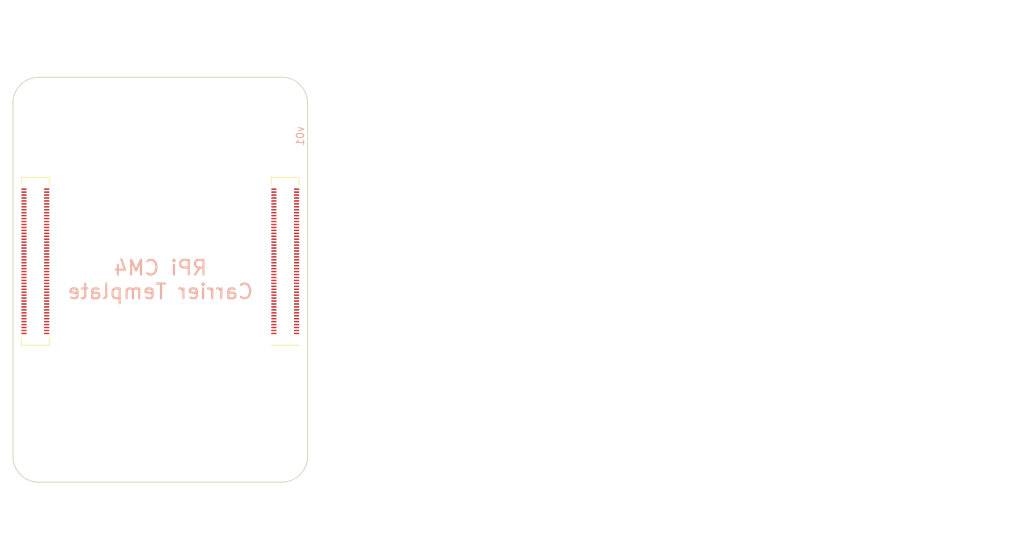
<source format=kicad_pcb>
(kicad_pcb (version 20201002) (generator pcbnew)

  (general
    (thickness 1.6)
  )

  (paper "A4")
  (title_block
    (title "Raspberry Pi Compute Module 4 Carrier Template")
    (date "2020-10-31")
    (rev "v01")
    (comment 2 "creativecommons.org/licenses/by/4.0/")
    (comment 3 "License: CC BY-SA 4.0")
    (comment 4 "Author: Shawn Hymel")
  )

  (layers
    (0 "F.Cu" signal)
    (31 "B.Cu" signal)
    (32 "B.Adhes" user "B.Adhesive")
    (33 "F.Adhes" user "F.Adhesive")
    (34 "B.Paste" user)
    (35 "F.Paste" user)
    (36 "B.SilkS" user "B.Silkscreen")
    (37 "F.SilkS" user "F.Silkscreen")
    (38 "B.Mask" user)
    (39 "F.Mask" user)
    (40 "Dwgs.User" user "User.Drawings")
    (41 "Cmts.User" user "User.Comments")
    (42 "Eco1.User" user "User.Eco1")
    (43 "Eco2.User" user "User.Eco2")
    (44 "Edge.Cuts" user)
    (45 "Margin" user)
    (46 "B.CrtYd" user "B.Courtyard")
    (47 "F.CrtYd" user "F.Courtyard")
    (48 "B.Fab" user)
    (49 "F.Fab" user)
    (50 "User.1" user)
    (51 "User.2" user)
    (52 "User.3" user)
    (53 "User.4" user)
    (54 "User.5" user)
    (55 "User.6" user)
    (56 "User.7" user)
    (57 "User.8" user)
    (58 "User.9" user)
  )

  (setup
    (stackup
      (layer "F.SilkS" (type "Top Silk Screen"))
      (layer "F.Paste" (type "Top Solder Paste"))
      (layer "F.Mask" (type "Top Solder Mask") (color "Green") (thickness 0.01))
      (layer "F.Cu" (type "copper") (thickness 0.035))
      (layer "dielectric 1" (type "core") (thickness 1.51) (material "FR4") (epsilon_r 4.5) (loss_tangent 0.02))
      (layer "B.Cu" (type "copper") (thickness 0.035))
      (layer "B.Mask" (type "Bottom Solder Mask") (color "Green") (thickness 0.01))
      (layer "B.Paste" (type "Bottom Solder Paste"))
      (layer "B.SilkS" (type "Bottom Silk Screen"))
      (copper_finish "None")
      (dielectric_constraints no)
    )
    (pcbplotparams
      (layerselection 0x00010fc_ffffffff)
      (disableapertmacros false)
      (usegerberextensions false)
      (usegerberattributes true)
      (usegerberadvancedattributes true)
      (creategerberjobfile true)
      (svguseinch false)
      (svgprecision 6)
      (excludeedgelayer true)
      (plotframeref false)
      (viasonmask false)
      (mode 1)
      (useauxorigin false)
      (hpglpennumber 1)
      (hpglpenspeed 20)
      (hpglpendiameter 15.000000)
      (psnegative false)
      (psa4output false)
      (plotreference true)
      (plotvalue true)
      (plotinvisibletext false)
      (sketchpadsonfab false)
      (subtractmaskfromsilk false)
      (outputformat 1)
      (mirror false)
      (drillshape 1)
      (scaleselection 1)
      (outputdirectory "")
    )
  )


  (net 0 "")
  (net 1 "Net-(Module1-Pad200)")
  (net 2 "Net-(Module1-Pad199)")
  (net 3 "Net-(Module1-Pad198)")
  (net 4 "Net-(Module1-Pad197)")
  (net 5 "Net-(Module1-Pad196)")
  (net 6 "Net-(Module1-Pad195)")
  (net 7 "Net-(Module1-Pad194)")
  (net 8 "Net-(Module1-Pad193)")
  (net 9 "Net-(Module1-Pad192)")
  (net 10 "Net-(Module1-Pad191)")
  (net 11 "Net-(Module1-Pad190)")
  (net 12 "Net-(Module1-Pad189)")
  (net 13 "Net-(Module1-Pad188)")
  (net 14 "Net-(Module1-Pad187)")
  (net 15 "Net-(Module1-Pad186)")
  (net 16 "Net-(Module1-Pad185)")
  (net 17 "Net-(Module1-Pad184)")
  (net 18 "Net-(Module1-Pad183)")
  (net 19 "Net-(Module1-Pad182)")
  (net 20 "Net-(Module1-Pad181)")
  (net 21 "Net-(Module1-Pad180)")
  (net 22 "Net-(Module1-Pad179)")
  (net 23 "Net-(Module1-Pad178)")
  (net 24 "Net-(Module1-Pad177)")
  (net 25 "Net-(Module1-Pad176)")
  (net 26 "Net-(Module1-Pad175)")
  (net 27 "Net-(Module1-Pad174)")
  (net 28 "Net-(Module1-Pad173)")
  (net 29 "Net-(Module1-Pad172)")
  (net 30 "Net-(Module1-Pad171)")
  (net 31 "Net-(Module1-Pad170)")
  (net 32 "Net-(Module1-Pad169)")
  (net 33 "Net-(Module1-Pad168)")
  (net 34 "Net-(Module1-Pad167)")
  (net 35 "Net-(Module1-Pad166)")
  (net 36 "Net-(Module1-Pad165)")
  (net 37 "Net-(Module1-Pad164)")
  (net 38 "Net-(Module1-Pad163)")
  (net 39 "Net-(Module1-Pad162)")
  (net 40 "Net-(Module1-Pad161)")
  (net 41 "Net-(Module1-Pad160)")
  (net 42 "Net-(Module1-Pad159)")
  (net 43 "Net-(Module1-Pad158)")
  (net 44 "Net-(Module1-Pad157)")
  (net 45 "Net-(Module1-Pad156)")
  (net 46 "Net-(Module1-Pad155)")
  (net 47 "Net-(Module1-Pad154)")
  (net 48 "Net-(Module1-Pad153)")
  (net 49 "Net-(Module1-Pad152)")
  (net 50 "Net-(Module1-Pad151)")
  (net 51 "Net-(Module1-Pad150)")
  (net 52 "Net-(Module1-Pad149)")
  (net 53 "Net-(Module1-Pad148)")
  (net 54 "Net-(Module1-Pad147)")
  (net 55 "Net-(Module1-Pad146)")
  (net 56 "Net-(Module1-Pad145)")
  (net 57 "Net-(Module1-Pad144)")
  (net 58 "Net-(Module1-Pad143)")
  (net 59 "Net-(Module1-Pad142)")
  (net 60 "Net-(Module1-Pad141)")
  (net 61 "Net-(Module1-Pad140)")
  (net 62 "Net-(Module1-Pad139)")
  (net 63 "Net-(Module1-Pad138)")
  (net 64 "Net-(Module1-Pad137)")
  (net 65 "Net-(Module1-Pad136)")
  (net 66 "Net-(Module1-Pad135)")
  (net 67 "Net-(Module1-Pad134)")
  (net 68 "Net-(Module1-Pad133)")
  (net 69 "Net-(Module1-Pad132)")
  (net 70 "Net-(Module1-Pad131)")
  (net 71 "Net-(Module1-Pad130)")
  (net 72 "Net-(Module1-Pad129)")
  (net 73 "Net-(Module1-Pad128)")
  (net 74 "Net-(Module1-Pad127)")
  (net 75 "Net-(Module1-Pad126)")
  (net 76 "Net-(Module1-Pad125)")
  (net 77 "Net-(Module1-Pad124)")
  (net 78 "Net-(Module1-Pad123)")
  (net 79 "Net-(Module1-Pad122)")
  (net 80 "Net-(Module1-Pad121)")
  (net 81 "Net-(Module1-Pad120)")
  (net 82 "Net-(Module1-Pad119)")
  (net 83 "Net-(Module1-Pad118)")
  (net 84 "Net-(Module1-Pad117)")
  (net 85 "Net-(Module1-Pad116)")
  (net 86 "Net-(Module1-Pad115)")
  (net 87 "Net-(Module1-Pad114)")
  (net 88 "Net-(Module1-Pad113)")
  (net 89 "Net-(Module1-Pad112)")
  (net 90 "Net-(Module1-Pad111)")
  (net 91 "Net-(Module1-Pad110)")
  (net 92 "Net-(Module1-Pad109)")
  (net 93 "Net-(Module1-Pad108)")
  (net 94 "Net-(Module1-Pad107)")
  (net 95 "Net-(Module1-Pad106)")
  (net 96 "Net-(Module1-Pad105)")
  (net 97 "Net-(Module1-Pad104)")
  (net 98 "Net-(Module1-Pad103)")
  (net 99 "Net-(Module1-Pad102)")
  (net 100 "Net-(Module1-Pad101)")
  (net 101 "Net-(Module1-Pad100)")
  (net 102 "Net-(Module1-Pad99)")
  (net 103 "Net-(Module1-Pad98)")
  (net 104 "Net-(Module1-Pad97)")
  (net 105 "Net-(Module1-Pad96)")
  (net 106 "Net-(Module1-Pad95)")
  (net 107 "Net-(Module1-Pad94)")
  (net 108 "Net-(Module1-Pad93)")
  (net 109 "Net-(Module1-Pad92)")
  (net 110 "Net-(Module1-Pad91)")
  (net 111 "Net-(Module1-Pad90)")
  (net 112 "Net-(Module1-Pad89)")
  (net 113 "Net-(Module1-Pad88)")
  (net 114 "Net-(Module1-Pad87)")
  (net 115 "Net-(Module1-Pad86)")
  (net 116 "Net-(Module1-Pad85)")
  (net 117 "Net-(Module1-Pad84)")
  (net 118 "Net-(Module1-Pad83)")
  (net 119 "Net-(Module1-Pad82)")
  (net 120 "Net-(Module1-Pad81)")
  (net 121 "Net-(Module1-Pad80)")
  (net 122 "Net-(Module1-Pad79)")
  (net 123 "Net-(Module1-Pad78)")
  (net 124 "Net-(Module1-Pad77)")
  (net 125 "Net-(Module1-Pad76)")
  (net 126 "Net-(Module1-Pad75)")
  (net 127 "Net-(Module1-Pad74)")
  (net 128 "Net-(Module1-Pad73)")
  (net 129 "Net-(Module1-Pad72)")
  (net 130 "Net-(Module1-Pad71)")
  (net 131 "Net-(Module1-Pad70)")
  (net 132 "Net-(Module1-Pad69)")
  (net 133 "Net-(Module1-Pad68)")
  (net 134 "Net-(Module1-Pad67)")
  (net 135 "Net-(Module1-Pad66)")
  (net 136 "Net-(Module1-Pad65)")
  (net 137 "Net-(Module1-Pad64)")
  (net 138 "Net-(Module1-Pad63)")
  (net 139 "Net-(Module1-Pad62)")
  (net 140 "Net-(Module1-Pad61)")
  (net 141 "Net-(Module1-Pad60)")
  (net 142 "Net-(Module1-Pad59)")
  (net 143 "Net-(Module1-Pad58)")
  (net 144 "Net-(Module1-Pad57)")
  (net 145 "Net-(Module1-Pad56)")
  (net 146 "Net-(Module1-Pad55)")
  (net 147 "Net-(Module1-Pad54)")
  (net 148 "Net-(Module1-Pad53)")
  (net 149 "Net-(Module1-Pad52)")
  (net 150 "Net-(Module1-Pad51)")
  (net 151 "Net-(Module1-Pad50)")
  (net 152 "Net-(Module1-Pad49)")
  (net 153 "Net-(Module1-Pad48)")
  (net 154 "Net-(Module1-Pad47)")
  (net 155 "Net-(Module1-Pad46)")
  (net 156 "Net-(Module1-Pad45)")
  (net 157 "Net-(Module1-Pad44)")
  (net 158 "Net-(Module1-Pad43)")
  (net 159 "Net-(Module1-Pad42)")
  (net 160 "Net-(Module1-Pad41)")
  (net 161 "Net-(Module1-Pad40)")
  (net 162 "Net-(Module1-Pad39)")
  (net 163 "Net-(Module1-Pad38)")
  (net 164 "Net-(Module1-Pad37)")
  (net 165 "Net-(Module1-Pad36)")
  (net 166 "Net-(Module1-Pad35)")
  (net 167 "Net-(Module1-Pad34)")
  (net 168 "Net-(Module1-Pad33)")
  (net 169 "Net-(Module1-Pad32)")
  (net 170 "Net-(Module1-Pad31)")
  (net 171 "Net-(Module1-Pad30)")
  (net 172 "Net-(Module1-Pad29)")
  (net 173 "Net-(Module1-Pad28)")
  (net 174 "Net-(Module1-Pad27)")
  (net 175 "Net-(Module1-Pad26)")
  (net 176 "Net-(Module1-Pad25)")
  (net 177 "Net-(Module1-Pad24)")
  (net 178 "Net-(Module1-Pad23)")
  (net 179 "Net-(Module1-Pad22)")
  (net 180 "Net-(Module1-Pad21)")
  (net 181 "Net-(Module1-Pad20)")
  (net 182 "Net-(Module1-Pad19)")
  (net 183 "Net-(Module1-Pad18)")
  (net 184 "Net-(Module1-Pad17)")
  (net 185 "Net-(Module1-Pad16)")
  (net 186 "Net-(Module1-Pad15)")
  (net 187 "Net-(Module1-Pad14)")
  (net 188 "Net-(Module1-Pad13)")
  (net 189 "Net-(Module1-Pad12)")
  (net 190 "Net-(Module1-Pad11)")
  (net 191 "Net-(Module1-Pad10)")
  (net 192 "Net-(Module1-Pad9)")
  (net 193 "Net-(Module1-Pad8)")
  (net 194 "Net-(Module1-Pad7)")
  (net 195 "Net-(Module1-Pad6)")
  (net 196 "Net-(Module1-Pad5)")
  (net 197 "Net-(Module1-Pad4)")
  (net 198 "Net-(Module1-Pad3)")
  (net 199 "Net-(Module1-Pad2)")
  (net 200 "Net-(Module1-Pad1)")

  (module "CM4IO:Raspberry-Pi-4-Compute-Module" (layer "F.Cu") (tedit 5EF08346) (tstamp f2e17c68-23bb-4713-8530-c3d1ed0928ed)
    (at 163 82 180)
    (descr "Raspberry Pi 4 Compute Module")
    (tags "Raspberry Pi 4 Compute Module")
    (property "Digi-Key_PN" "2x H11615CT-ND")
    (property "Digi-Key_PN (Alt)" "2x H124602CT-ND")
    (property "Field4" "Hirose")
    (property "Field5" "2x DF40C-100DS-0.4V")
    (property "Sheet file" "cm4-gpio.kicad_sch")
    (property "Sheet name" "CM4 GPIO")
    (path "/fc4c71a5-1008-4ac4-98db-57c838c57d91/463d59ed-ef45-4402-9140-190527b0aff8")
    (attr smd)
    (fp_text reference "Module1" (at 16.5 2) (layer "F.SilkS") hide
      (effects (font (size 1 1) (thickness 0.15)))
      (tstamp b1140ad8-06da-4799-8ae8-cb472059c75c)
    )
    (fp_text value "ComputeModule4-CM4" (at 16.5 -4) (layer "F.Fab")
      (effects (font (size 1 1) (thickness 0.15)))
      (tstamp b40de0d9-46f1-45e4-b4b6-bab1fbd79272)
    )
    (fp_line (start 31.57 -32.9) (end 31.57 -31.9) (layer "F.SilkS") (width 0.12) (tstamp 00ce4f1c-85d4-4076-9830-cb16ec9a280c))
    (fp_line (start 35.35 -10.1) (end 35.35 -11.1) (layer "F.SilkS") (width 0.12) (tstamp 054edcb9-46c4-46b0-9e4c-9edee0df7987))
    (fp_line (start 1.43 -10.1) (end 1.43 -11.1) (layer "F.SilkS") (width 0.12) (tstamp 0cf14881-6dd5-49fb-bfd9-2016ed631988))
    (fp_line (start -2.35 -10.1) (end -2.35 -11.1) (layer "F.SilkS") (width 0.12) (tstamp 191e0686-2ae2-42f0-8839-29d3ee807def))
    (fp_line (start -3.5 -48) (end -3.5 0) (layer "F.SilkS") (width 0.12) (tstamp 2132d0d1-cf3f-44b5-ad9a-35258aa7bd01))
    (fp_line (start 31.57 -32.9) (end 35.35 -32.9) (layer "F.SilkS") (width 0.12) (tstamp 2c65fd51-9a9b-46e6-9d80-5c73daadcfad))
    (fp_line (start -2.35 -32.9) (end 1.43 -32.9) (layer "F.SilkS") (width 0.12) (tstamp 2d422479-af94-4965-a85d-40efe7a0f8c2))
    (fp_line (start 31.57 -10.1) (end 31.57 -11.1) (layer "F.SilkS") (width 0.12) (tstamp 66288b70-8b7c-48fb-8bfb-904ddd59ff44))
    (fp_line (start 35.35 -32.9) (end 35.35 -31.9) (layer "F.SilkS") (width 0.12) (tstamp 725c3bf0-dcb1-4df2-ba02-9777fb6300b2))
    (fp_line (start 31.57 -10.1) (end 35.35 -10.1) (layer "F.SilkS") (width 0.12) (tstamp 8d8b5d9a-8a4e-4342-bd15-f860ebd04c9a))
    (fp_line (start 36.5 0) (end 36.5 -48) (layer "F.SilkS") (width 0.12) (tstamp 9ed5763e-2bd0-41db-b9d0-d840b57a2d0c))
    (fp_line (start -2.35 -10.1) (end 1.43 -10.1) (layer "F.SilkS") (width 0.12) (tstamp ab095be3-6418-4172-9ba7-49d72fc2d134))
    (fp_line (start 0 3.5) (end 33 3.5) (layer "F.SilkS") (width 0.12) (tstamp c00e7688-df69-4445-93ac-1134b8c3f6ed))
    (fp_line (start 33 -51.5) (end 0 -51.5) (layer "F.SilkS") (width 0.12) (tstamp c4f25800-1de7-4b74-b6b8-d097fc3b434a))
    (fp_arc (start 33 0) (end 33 3.5) (angle -90) (layer "F.SilkS") (width 0.12) (tstamp 5710573d-d87e-47a6-8613-2d1214b43931))
    (fp_arc (start 0 -48) (end 0 -51.5) (angle -90) (layer "F.SilkS") (width 0.12) (tstamp 814a0258-4d37-44ae-8d65-751d75a7f802))
    (fp_arc (start 0 0) (end -3.5 0) (angle -90) (layer "F.SilkS") (width 0.12) (tstamp bbf6ae04-b072-4eb2-ab40-0af45d726475))
    (fp_arc (start 33 -48) (end 36.5 -48) (angle -90) (layer "F.SilkS") (width 0.12) (tstamp de01fb6f-3abd-49c5-b0d8-59356d5b0487))
    (fp_line (start 35.35 -10.1) (end 31.57 -10.1) (layer "F.CrtYd") (width 0.12) (tstamp 33b22e06-3b5e-40e2-9018-131c49086ea1))
    (fp_line (start 1.43 -10.1) (end -2.35 -10.1) (layer "F.CrtYd") (width 0.12) (tstamp 95b1f5de-d770-4f6b-a84e-b50c6e5619fe))
    (fp_line (start 1.43 -32.9) (end 1.43 -10.1) (layer "F.CrtYd") (width 0.12) (tstamp 981b9681-b291-4447-8591-2f995e6bf0ae))
    (fp_line (start 31.57 -32.9) (end 35.35 -32.9) (layer "F.CrtYd") (width 0.12) (tstamp a4cacf77-bd0b-452b-8d2d-bb59fba49879))
    (fp_line (start -2.35 -32.9) (end 1.43 -32.9) (layer "F.CrtYd") (width 0.12) (tstamp bc45db3c-2cfa-48a7-91ea-78d8fc54120b))
    (fp_line (start -2.35 -10.1) (end -2.35 -32.9) (layer "F.CrtYd") (width 0.12) (tstamp be90191f-0fc9-4ac3-bae6-0aac6b9fb25d))
    (fp_line (start 31.57 -10.1) (end 31.57 -32.9) (layer "F.CrtYd") (width 0.12) (tstamp c23597e6-b6c9-4504-9743-4bfc80dd9502))
    (fp_line (start 35.35 -32.9) (end 35.35 -10.1) (layer "F.CrtYd") (width 0.12) (tstamp dcae7e79-a80f-4e98-b01e-f3495863f82e))
    (pad "" np_thru_hole circle (at 0 0 180) (size 2.7 2.7) (drill 2.7) (layers *.Cu *.Mask)
      (solder_mask_margin 1.7) (clearance 1.7) (tstamp 6164410b-3982-4c99-8c69-3d087c3b6301))
    (pad "" np_thru_hole circle (at 33 -48 180) (size 2.7 2.7) (drill 2.7) (layers *.Cu *.Mask)
      (solder_mask_margin 1.7) (clearance 1.7) (tstamp af46de90-4ba9-43be-9169-8dd6d5b74654))
    (pad "" np_thru_hole circle (at 33 0 180) (size 2.7 2.7) (drill 2.7) (layers *.Cu *.Mask)
      (solder_mask_margin 1.7) (clearance 1.7) (tstamp de5e071d-7925-4dda-9c3f-b5326f37ee5d))
    (pad "" np_thru_hole circle (at 0 -48 180) (size 2.7 2.7) (drill 2.7) (layers *.Cu *.Mask)
      (solder_mask_margin 1.7) (clearance 1.7) (tstamp ff995c00-ef02-4c57-8adb-c0f42de3877f))
    (pad "1" smd rect (at -2 -31.3 90) (size 0.2 0.7) (layers "F.Cu" "F.Paste" "F.Mask")
      (net 200 "Net-(Module1-Pad1)") (pinfunction "GND") (tstamp 89158514-63da-4f91-a3e7-d4ea1ad1cc6e))
    (pad "2" smd rect (at 1.08 -31.3 90) (size 0.2 0.7) (layers "F.Cu" "F.Paste" "F.Mask")
      (net 199 "Net-(Module1-Pad2)") (pinfunction "GND") (tstamp ec814e63-a5bb-4026-8fcf-1b3043a0d402))
    (pad "3" smd rect (at -2 -30.9 90) (size 0.2 0.7) (layers "F.Cu" "F.Paste" "F.Mask")
      (net 198 "Net-(Module1-Pad3)") (pinfunction "Ethernet_Pair3_P") (tstamp 34edf9e7-d5bf-443c-9444-b286cecdd2f2))
    (pad "4" smd rect (at 1.08 -30.9 90) (size 0.2 0.7) (layers "F.Cu" "F.Paste" "F.Mask")
      (net 197 "Net-(Module1-Pad4)") (pinfunction "Ethernet_Pair1_P") (tstamp aebee819-94ce-458c-b5f5-95abd72d9cee))
    (pad "5" smd rect (at -2 -30.5 90) (size 0.2 0.7) (layers "F.Cu" "F.Paste" "F.Mask")
      (net 196 "Net-(Module1-Pad5)") (pinfunction "Ethernet_Pair3_N") (tstamp 647148e7-c7f9-413a-a329-4a8fbfb99b43))
    (pad "6" smd rect (at 1.08 -30.5 90) (size 0.2 0.7) (layers "F.Cu" "F.Paste" "F.Mask")
      (net 195 "Net-(Module1-Pad6)") (pinfunction "Ethernet_Pair1_N") (tstamp e7a19821-fd3a-415b-bc92-e053aca8c33f))
    (pad "7" smd rect (at -2 -30.1 90) (size 0.2 0.7) (layers "F.Cu" "F.Paste" "F.Mask")
      (net 194 "Net-(Module1-Pad7)") (pinfunction "GND") (tstamp 7d3b2020-4321-481c-9325-50754dfff5ea))
    (pad "8" smd rect (at 1.08 -30.1 90) (size 0.2 0.7) (layers "F.Cu" "F.Paste" "F.Mask")
      (net 193 "Net-(Module1-Pad8)") (pinfunction "GND") (tstamp d5bdf2bb-0097-492e-9bd6-0e1387387d6a))
    (pad "9" smd rect (at -2 -29.7 90) (size 0.2 0.7) (layers "F.Cu" "F.Paste" "F.Mask")
      (net 192 "Net-(Module1-Pad9)") (pinfunction "Ethernet_Pair2_N") (tstamp 95cf1096-e88d-4143-80dd-a2ae38dced44))
    (pad "10" smd rect (at 1.08 -29.7 90) (size 0.2 0.7) (layers "F.Cu" "F.Paste" "F.Mask")
      (net 191 "Net-(Module1-Pad10)") (pinfunction "Ethernet_Pair0_N") (tstamp 689d23ec-924c-43b4-b781-ee4c447b2809))
    (pad "11" smd rect (at -2 -29.3 90) (size 0.2 0.7) (layers "F.Cu" "F.Paste" "F.Mask")
      (net 190 "Net-(Module1-Pad11)") (pinfunction "Ethernet_Pair2_P") (tstamp 431cb140-16d0-4f0a-bebb-14a76ab6b5df))
    (pad "12" smd rect (at 1.08 -29.3 90) (size 0.2 0.7) (layers "F.Cu" "F.Paste" "F.Mask")
      (net 189 "Net-(Module1-Pad12)") (pinfunction "Ethernet_Pair0_P") (tstamp 116adf60-33e8-42a6-b4d8-c91115783749))
    (pad "13" smd rect (at -2 -28.9 90) (size 0.2 0.7) (layers "F.Cu" "F.Paste" "F.Mask")
      (net 188 "Net-(Module1-Pad13)") (pinfunction "GND") (tstamp b30d864d-c8c6-4b33-97b1-dbd3be3e8f32))
    (pad "14" smd rect (at 1.08 -28.9 90) (size 0.2 0.7) (layers "F.Cu" "F.Paste" "F.Mask")
      (net 187 "Net-(Module1-Pad14)") (pinfunction "GND") (tstamp c2ca43c1-e4f6-4be5-8db7-2f7ed2902ea9))
    (pad "15" smd rect (at -2 -28.5 90) (size 0.2 0.7) (layers "F.Cu" "F.Paste" "F.Mask")
      (net 186 "Net-(Module1-Pad15)") (pinfunction "Ethernet_nLED3(3.3v)") (tstamp fac048fa-a8fd-48f5-a08e-74b5c2bb49dc))
    (pad "16" smd rect (at 1.08 -28.5 90) (size 0.2 0.7) (layers "F.Cu" "F.Paste" "F.Mask")
      (net 185 "Net-(Module1-Pad16)") (pinfunction "Ethernet_SYNC_IN(1.8v)") (tstamp 537d04af-8283-424d-992c-750f934eaf83))
    (pad "17" smd rect (at -2 -28.1 90) (size 0.2 0.7) (layers "F.Cu" "F.Paste" "F.Mask")
      (net 184 "Net-(Module1-Pad17)") (pinfunction "Ethernet_nLED2(3.3v)") (tstamp d4b0a672-e427-447f-8c05-5fecbbea2129))
    (pad "18" smd rect (at 1.08 -28.1 90) (size 0.2 0.7) (layers "F.Cu" "F.Paste" "F.Mask")
      (net 183 "Net-(Module1-Pad18)") (pinfunction "Ethernet_SYNC_OUT(1.8v)") (tstamp 6a056808-17f7-4ff9-afda-b2190935b8f5))
    (pad "19" smd rect (at -2 -27.7 90) (size 0.2 0.7) (layers "F.Cu" "F.Paste" "F.Mask")
      (net 182 "Net-(Module1-Pad19)") (pinfunction "Ethernet_nLED1(3.3v)") (tstamp 033810cf-e430-4f93-8390-3e95d5d07e70))
    (pad "20" smd rect (at 1.08 -27.7 90) (size 0.2 0.7) (layers "F.Cu" "F.Paste" "F.Mask")
      (net 181 "Net-(Module1-Pad20)") (pinfunction "EEPROM_nWP") (tstamp 0d65e4f9-48aa-4db4-9276-6a92ee7ad3e5))
    (pad "21" smd rect (at -2 -27.3 90) (size 0.2 0.7) (layers "F.Cu" "F.Paste" "F.Mask")
      (net 180 "Net-(Module1-Pad21)") (pinfunction "PI_nLED_Activity") (tstamp b3dac0e3-ba65-437e-86f4-49b7bdc55cb0))
    (pad "22" smd rect (at 1.08 -27.3 90) (size 0.2 0.7) (layers "F.Cu" "F.Paste" "F.Mask")
      (net 179 "Net-(Module1-Pad22)") (pinfunction "GND") (tstamp e2a62caf-69ad-4a8e-b238-22b201b558c5))
    (pad "23" smd rect (at -2 -26.9 90) (size 0.2 0.7) (layers "F.Cu" "F.Paste" "F.Mask")
      (net 178 "Net-(Module1-Pad23)") (pinfunction "GND") (tstamp f933d8fd-419f-47fe-8087-45c0e61e89a4))
    (pad "24" smd rect (at 1.08 -26.9 90) (size 0.2 0.7) (layers "F.Cu" "F.Paste" "F.Mask")
      (net 177 "Net-(Module1-Pad24)") (pinfunction "GPIO26") (tstamp f590154b-c567-4c9b-a575-92aae98c1528))
    (pad "25" smd rect (at -2 -26.5 90) (size 0.2 0.7) (layers "F.Cu" "F.Paste" "F.Mask")
      (net 176 "Net-(Module1-Pad25)") (pinfunction "GPIO21") (tstamp eb7079a0-5b86-4dcd-9952-ee42364dea7c))
    (pad "26" smd rect (at 1.08 -26.5 90) (size 0.2 0.7) (layers "F.Cu" "F.Paste" "F.Mask")
      (net 175 "Net-(Module1-Pad26)") (pinfunction "GPIO19") (tstamp 88467d97-d307-4b0c-b49c-23281842c4e7))
    (pad "27" smd rect (at -2 -26.1 90) (size 0.2 0.7) (layers "F.Cu" "F.Paste" "F.Mask")
      (net 174 "Net-(Module1-Pad27)") (pinfunction "GPIO20") (tstamp 86cd84ac-399e-4e97-bfcf-e56912f98a5e))
    (pad "28" smd rect (at 1.08 -26.1 90) (size 0.2 0.7) (layers "F.Cu" "F.Paste" "F.Mask")
      (net 173 "Net-(Module1-Pad28)") (pinfunction "GPIO13") (tstamp 8446f6ca-c0a9-446b-b724-7b8fdfe558f8))
    (pad "29" smd rect (at -2 -25.7 90) (size 0.2 0.7) (layers "F.Cu" "F.Paste" "F.Mask")
      (net 172 "Net-(Module1-Pad29)") (pinfunction "GPIO16") (tstamp f19a70e9-0331-410c-9769-a2820753623c))
    (pad "30" smd rect (at 1.08 -25.7 90) (size 0.2 0.7) (layers "F.Cu" "F.Paste" "F.Mask")
      (net 171 "Net-(Module1-Pad30)") (pinfunction "GPIO6") (tstamp 4271da58-bee1-492c-8b44-c0c522a60fdd))
    (pad "31" smd rect (at -2 -25.3 90) (size 0.2 0.7) (layers "F.Cu" "F.Paste" "F.Mask")
      (net 170 "Net-(Module1-Pad31)") (pinfunction "GPIO12") (tstamp a4768620-4fea-4864-b2d6-8a4bcb148d43))
    (pad "32" smd rect (at 1.08 -25.3 90) (size 0.2 0.7) (layers "F.Cu" "F.Paste" "F.Mask")
      (net 169 "Net-(Module1-Pad32)") (pinfunction "GND") (tstamp 1c0ec49c-cdc7-47ab-b2ea-e85f0f35d072))
    (pad "33" smd rect (at -2 -24.9 90) (size 0.2 0.7) (layers "F.Cu" "F.Paste" "F.Mask")
      (net 168 "Net-(Module1-Pad33)") (pinfunction "GND") (tstamp 3e5892f4-c773-4c90-9536-c3f908db1740))
    (pad "34" smd rect (at 1.08 -24.9 90) (size 0.2 0.7) (layers "F.Cu" "F.Paste" "F.Mask")
      (net 167 "Net-(Module1-Pad34)") (pinfunction "GPIO5") (tstamp 8ed9c0b8-ad5e-484d-9b51-229f39e5d52b))
    (pad "35" smd rect (at -2 -24.5 90) (size 0.2 0.7) (layers "F.Cu" "F.Paste" "F.Mask")
      (net 166 "Net-(Module1-Pad35)") (pinfunction "ID_SC") (tstamp 775d8fda-440d-474a-8910-f3cd3e438e7f))
    (pad "36" smd rect (at 1.08 -24.5 90) (size 0.2 0.7) (layers "F.Cu" "F.Paste" "F.Mask")
      (net 165 "Net-(Module1-Pad36)") (pinfunction "ID_SD") (tstamp 2c0bf25f-5b02-4504-8eed-92c0839333b4))
    (pad "37" smd rect (at -2 -24.1 90) (size 0.2 0.7) (layers "F.Cu" "F.Paste" "F.Mask")
      (net 164 "Net-(Module1-Pad37)") (pinfunction "GPIO7") (tstamp e333630f-efb6-4e88-ae4f-54f8310981dd))
    (pad "38" smd rect (at 1.08 -24.1 90) (size 0.2 0.7) (layers "F.Cu" "F.Paste" "F.Mask")
      (net 163 "Net-(Module1-Pad38)") (pinfunction "GPIO11") (tstamp 20ded4e8-52e6-4c78-961a-758274dbac20))
    (pad "39" smd rect (at -2 -23.7 90) (size 0.2 0.7) (layers "F.Cu" "F.Paste" "F.Mask")
      (net 162 "Net-(Module1-Pad39)") (pinfunction "GPIO8") (tstamp 37b80693-5e4b-463c-9de8-b97e20842c8f))
    (pad "40" smd rect (at 1.08 -23.7 90) (size 0.2 0.7) (layers "F.Cu" "F.Paste" "F.Mask")
      (net 161 "Net-(Module1-Pad40)") (pinfunction "GPIO9") (tstamp 9a542cee-e52f-4369-b132-78dec7354f8b))
    (pad "41" smd rect (at -2 -23.3 90) (size 0.2 0.7) (layers "F.Cu" "F.Paste" "F.Mask")
      (net 160 "Net-(Module1-Pad41)") (pinfunction "GPIO25") (tstamp f96af2f5-81e8-43ea-bdd0-29e26f841d6b))
    (pad "42" smd rect (at 1.08 -23.3 90) (size 0.2 0.7) (layers "F.Cu" "F.Paste" "F.Mask")
      (net 159 "Net-(Module1-Pad42)") (pinfunction "GND") (tstamp bde9575f-cfa5-4e00-9457-d45ebb5cf91d))
    (pad "43" smd rect (at -2 -22.9 90) (size 0.2 0.7) (layers "F.Cu" "F.Paste" "F.Mask")
      (net 158 "Net-(Module1-Pad43)") (pinfunction "GND") (tstamp 3e14eda4-b7b9-4e29-8d22-70baa0f702d6))
    (pad "44" smd rect (at 1.08 -22.9 90) (size 0.2 0.7) (layers "F.Cu" "F.Paste" "F.Mask")
      (net 157 "Net-(Module1-Pad44)") (pinfunction "GPIO10") (tstamp 03c8ed5a-1936-414a-8902-b2ac58470ab0))
    (pad "45" smd rect (at -2 -22.5 90) (size 0.2 0.7) (layers "F.Cu" "F.Paste" "F.Mask")
      (net 156 "Net-(Module1-Pad45)") (pinfunction "GPIO24") (tstamp a1351879-1fe1-44f9-a041-a79eefefdfbd))
    (pad "46" smd rect (at 1.08 -22.5 90) (size 0.2 0.7) (layers "F.Cu" "F.Paste" "F.Mask")
      (net 155 "Net-(Module1-Pad46)") (pinfunction "GPIO22") (tstamp 4e5a3904-880a-42ff-8381-578cbcd867dc))
    (pad "47" smd rect (at -2 -22.1 90) (size 0.2 0.7) (layers "F.Cu" "F.Paste" "F.Mask")
      (net 154 "Net-(Module1-Pad47)") (pinfunction "GPIO23") (tstamp 041c3810-9e50-4281-bacb-4d7b6f9ac832))
    (pad "48" smd rect (at 1.08 -22.1 90) (size 0.2 0.7) (layers "F.Cu" "F.Paste" "F.Mask")
      (net 153 "Net-(Module1-Pad48)") (pinfunction "GPIO27") (tstamp d8e13dd3-1737-4f70-9084-fe0cdbf7602b))
    (pad "49" smd rect (at -2 -21.7 90) (size 0.2 0.7) (layers "F.Cu" "F.Paste" "F.Mask")
      (net 152 "Net-(Module1-Pad49)") (pinfunction "GPIO18") (tstamp 813fc9bf-0c37-46b9-aad6-1317980e18a3))
    (pad "50" smd rect (at 1.08 -21.7 90) (size 0.2 0.7) (layers "F.Cu" "F.Paste" "F.Mask")
      (net 151 "Net-(Module1-Pad50)") (pinfunction "GPIO17") (tstamp a3a7ca37-b9b6-462f-bd93-a7f8a22fa86e))
    (pad "51" smd rect (at -2 -21.3 90) (size 0.2 0.7) (layers "F.Cu" "F.Paste" "F.Mask")
      (net 150 "Net-(Module1-Pad51)") (pinfunction "GPIO15") (tstamp e56a16e6-18b9-4a4a-b47e-128e9b7c640f))
    (pad "52" smd rect (at 1.08 -21.3 90) (size 0.2 0.7) (layers "F.Cu" "F.Paste" "F.Mask")
      (net 149 "Net-(Module1-Pad52)") (pinfunction "GND") (tstamp 4e45b4fe-8d68-4f83-9e41-dfa6339176a2))
    (pad "53" smd rect (at -2 -20.9 90) (size 0.2 0.7) (layers "F.Cu" "F.Paste" "F.Mask")
      (net 148 "Net-(Module1-Pad53)") (pinfunction "GND") (tstamp 91a3bb29-5f9b-4ec3-a9cc-027b7cf993a5))
    (pad "54" smd rect (at 1.08 -20.9 90) (size 0.2 0.7) (layers "F.Cu" "F.Paste" "F.Mask")
      (net 147 "Net-(Module1-Pad54)") (pinfunction "GPIO4") (tstamp 6735f3ff-eb6f-4fb4-8c45-7ae5bbdb9791))
    (pad "55" smd rect (at -2 -20.5 90) (size 0.2 0.7) (layers "F.Cu" "F.Paste" "F.Mask")
      (net 146 "Net-(Module1-Pad55)") (pinfunction "GPIO14") (tstamp 11e010d3-b7da-4465-9e59-8f1212c08386))
    (pad "56" smd rect (at 1.08 -20.5 90) (size 0.2 0.7) (layers "F.Cu" "F.Paste" "F.Mask")
      (net 145 "Net-(Module1-Pad56)") (pinfunction "GPIO3") (tstamp 4aa1f1ef-6094-4ab1-a157-c335fd065893))
    (pad "57" smd rect (at -2 -20.1 90) (size 0.2 0.7) (layers "F.Cu" "F.Paste" "F.Mask")
      (net 144 "Net-(Module1-Pad57)") (pinfunction "SD_CLK") (tstamp 8069b856-9c72-4573-9c41-fade91b988fa))
    (pad "58" smd rect (at 1.08 -20.1 90) (size 0.2 0.7) (layers "F.Cu" "F.Paste" "F.Mask")
      (net 143 "Net-(Module1-Pad58)") (pinfunction "GPIO2") (tstamp d2647396-cd63-4512-b061-89dfc947c98a))
    (pad "59" smd rect (at -2 -19.7 90) (size 0.2 0.7) (layers "F.Cu" "F.Paste" "F.Mask")
      (net 142 "Net-(Module1-Pad59)") (pinfunction "GND") (tstamp 346da805-d30c-4e50-a8cd-58b6a8cf200d))
    (pad "60" smd rect (at 1.08 -19.7 90) (size 0.2 0.7) (layers "F.Cu" "F.Paste" "F.Mask")
      (net 141 "Net-(Module1-Pad60)") (pinfunction "GND") (tstamp c80c4ac1-1839-4732-942e-244c77a513bf))
    (pad "61" smd rect (at -2 -19.3 90) (size 0.2 0.7) (layers "F.Cu" "F.Paste" "F.Mask")
      (net 140 "Net-(Module1-Pad61)") (pinfunction "SD_DAT3") (tstamp e384d38c-99c2-4f1b-9d82-d8494c1f32d2))
    (pad "62" smd rect (at 1.08 -19.3 90) (size 0.2 0.7) (layers "F.Cu" "F.Paste" "F.Mask")
      (net 139 "Net-(Module1-Pad62)") (pinfunction "SD_CMD") (tstamp 2bdf4050-8a1f-4998-bbf7-dd1b10f2f5e1))
    (pad "63" smd rect (at -2 -18.9 90) (size 0.2 0.7) (layers "F.Cu" "F.Paste" "F.Mask")
      (net 138 "Net-(Module1-Pad63)") (pinfunction "SD_DAT0") (tstamp 97ff5326-cb4d-49e0-8a3c-2a80813d17bf))
    (pad "64" smd rect (at 1.08 -18.9 90) (size 0.2 0.7) (layers "F.Cu" "F.Paste" "F.Mask")
      (net 137 "Net-(Module1-Pad64)") (pinfunction "SD_DAT5") (tstamp de8790ae-002f-4c25-99fa-20184e1a1b2d))
    (pad "65" smd rect (at -2 -18.5 90) (size 0.2 0.7) (layers "F.Cu" "F.Paste" "F.Mask")
      (net 136 "Net-(Module1-Pad65)") (pinfunction "GND") (tstamp 22efd589-c99c-42d4-892a-299db2c46e4d))
    (pad "66" smd rect (at 1.08 -18.5 90) (size 0.2 0.7) (layers "F.Cu" "F.Paste" "F.Mask")
      (net 135 "Net-(Module1-Pad66)") (pinfunction "GND") (tstamp 69bc8e49-c0af-498a-8d38-311abe25f436))
    (pad "67" smd rect (at -2 -18.1 90) (size 0.2 0.7) (layers "F.Cu" "F.Paste" "F.Mask")
      (net 134 "Net-(Module1-Pad67)") (pinfunction "SD_DAT1") (tstamp 1ffaa190-3fc0-4661-b405-34608ce95e66))
    (pad "68" smd rect (at 1.08 -18.1 90) (size 0.2 0.7) (layers "F.Cu" "F.Paste" "F.Mask")
      (net 133 "Net-(Module1-Pad68)") (pinfunction "SD_DAT4") (tstamp 79dffc24-7c13-4706-b277-d0978721261e))
    (pad "69" smd rect (at -2 -17.7 90) (size 0.2 0.7) (layers "F.Cu" "F.Paste" "F.Mask")
      (net 132 "Net-(Module1-Pad69)") (pinfunction "SD_DAT2") (tstamp c8fa43a4-6589-4952-89d2-88bb14ef0c1c))
    (pad "70" smd rect (at 1.08 -17.7 90) (size 0.2 0.7) (layers "F.Cu" "F.Paste" "F.Mask")
      (net 131 "Net-(Module1-Pad70)") (pinfunction "SD_DAT7") (tstamp 2b693012-9b4c-4069-83c4-b69cdfd7b63e))
    (pad "71" smd rect (at -2 -17.3 90) (size 0.2 0.7) (layers "F.Cu" "F.Paste" "F.Mask")
      (net 130 "Net-(Module1-Pad71)") (pinfunction "GND") (tstamp 70fc8afc-2d47-4241-a200-cab0d08508df))
    (pad "72" smd rect (at 1.08 -17.3 90) (size 0.2 0.7) (layers "F.Cu" "F.Paste" "F.Mask")
      (net 129 "Net-(Module1-Pad72)") (pinfunction "SD_DAT6") (tstamp 10bf06e1-2a5d-4788-9398-8ece05daf96e))
    (pad "73" smd rect (at -2 -16.9 90) (size 0.2 0.7) (layers "F.Cu" "F.Paste" "F.Mask")
      (net 128 "Net-(Module1-Pad73)") (pinfunction "SD_VDD_Override") (tstamp 53fe9404-42bd-433a-9fec-0f7c6ce50451))
    (pad "74" smd rect (at 1.08 -16.9 90) (size 0.2 0.7) (layers "F.Cu" "F.Paste" "F.Mask")
      (net 127 "Net-(Module1-Pad74)") (pinfunction "GND") (tstamp 335e846a-09e8-491f-9dc2-f1115268c879))
    (pad "75" smd rect (at -2 -16.5 90) (size 0.2 0.7) (layers "F.Cu" "F.Paste" "F.Mask")
      (net 126 "Net-(Module1-Pad75)") (pinfunction "SD_PWR_ON") (tstamp 192f602f-63df-4404-988b-99ac841b835a))
    (pad "76" smd rect (at 1.08 -16.5 90) (size 0.2 0.7) (layers "F.Cu" "F.Paste" "F.Mask")
      (net 125 "Net-(Module1-Pad76)") (pinfunction "Reserved") (tstamp 9385f79c-95ee-4356-9fd9-68c1b3d17d59))
    (pad "77" smd rect (at -2 -16.1 90) (size 0.2 0.7) (layers "F.Cu" "F.Paste" "F.Mask")
      (net 124 "Net-(Module1-Pad77)") (pinfunction "+5v_(Input)") (tstamp 4571553e-104b-4768-a588-f723c4bd092a))
    (pad "78" smd rect (at 1.08 -16.1 90) (size 0.2 0.7) (layers "F.Cu" "F.Paste" "F.Mask")
      (net 123 "Net-(Module1-Pad78)") (pinfunction "GPIO_VREF(1.8v/3.3v_Input)") (tstamp 26f770b8-3a25-45f8-8e61-11ca93126c0a))
    (pad "79" smd rect (at -2 -15.7 90) (size 0.2 0.7) (layers "F.Cu" "F.Paste" "F.Mask")
      (net 122 "Net-(Module1-Pad79)") (pinfunction "+5v_(Input)") (tstamp 542d9bc3-e57f-47d2-b302-3c2203dcc83c))
    (pad "80" smd rect (at 1.08 -15.7 90) (size 0.2 0.7) (layers "F.Cu" "F.Paste" "F.Mask")
      (net 121 "Net-(Module1-Pad80)") (pinfunction "SCL0") (tstamp aa1b19df-d167-4231-b968-ed20e620613f))
    (pad "81" smd rect (at -2 -15.3 90) (size 0.2 0.7) (layers "F.Cu" "F.Paste" "F.Mask")
      (net 120 "Net-(Module1-Pad81)") (pinfunction "+5v_(Input)") (tstamp 595509e9-2ea6-4c12-8cce-3e3e5abe21ef))
    (pad "82" smd rect (at 1.08 -15.3 90) (size 0.2 0.7) (layers "F.Cu" "F.Paste" "F.Mask")
      (net 119 "Net-(Module1-Pad82)") (pinfunction "SDA0") (tstamp aa15cd96-3005-4e31-9fe4-b2dd05684268))
    (pad "83" smd rect (at -2 -14.9 90) (size 0.2 0.7) (layers "F.Cu" "F.Paste" "F.Mask")
      (net 118 "Net-(Module1-Pad83)") (pinfunction "+5v_(Input)") (tstamp 5ed25d5f-70bb-4570-84e0-26ad47d14042))
    (pad "84" smd rect (at 1.08 -14.9 90) (size 0.2 0.7) (layers "F.Cu" "F.Paste" "F.Mask")
      (net 117 "Net-(Module1-Pad84)") (pinfunction "+3.3v_(Output)") (tstamp e6c9ec8f-4ed1-47f6-a554-f8eb21a3648f))
    (pad "85" smd rect (at -2 -14.5 90) (size 0.2 0.7) (layers "F.Cu" "F.Paste" "F.Mask")
      (net 116 "Net-(Module1-Pad85)") (pinfunction "+5v_(Input)") (tstamp daa5b63a-1413-4f79-aebb-439e348166de))
    (pad "86" smd rect (at 1.08 -14.5 90) (size 0.2 0.7) (layers "F.Cu" "F.Paste" "F.Mask")
      (net 115 "Net-(Module1-Pad86)") (pinfunction "+3.3v_(Output)") (tstamp 427c6ad6-855d-4149-9768-f750827a98ce))
    (pad "87" smd rect (at -2 -14.1 90) (size 0.2 0.7) (layers "F.Cu" "F.Paste" "F.Mask")
      (net 114 "Net-(Module1-Pad87)") (pinfunction "+5v_(Input)") (tstamp dc457d93-ca3f-4d4b-9ead-bc1fcf273e4d))
    (pad "88" smd rect (at 1.08 -14.1 90) (size 0.2 0.7) (layers "F.Cu" "F.Paste" "F.Mask")
      (net 113 "Net-(Module1-Pad88)") (pinfunction "+1.8v_(Output)") (tstamp a54e9398-5e56-44c2-88be-447f9232f9b5))
    (pad "89" smd rect (at -2 -13.7 90) (size 0.2 0.7) (layers "F.Cu" "F.Paste" "F.Mask")
      (net 112 "Net-(Module1-Pad89)") (pinfunction "WiFi_nDisable") (tstamp b75237ac-5deb-4370-95cd-fa13bf0a8497))
    (pad "90" smd rect (at 1.08 -13.7 90) (size 0.2 0.7) (layers "F.Cu" "F.Paste" "F.Mask")
      (net 111 "Net-(Module1-Pad90)") (pinfunction "+1.8v_(Output)") (tstamp 11cc2e0f-f3f5-41a9-b79e-c3674de8c49d))
    (pad "91" smd rect (at -2 -13.3 90) (size 0.2 0.7) (layers "F.Cu" "F.Paste" "F.Mask")
      (net 110 "Net-(Module1-Pad91)") (pinfunction "BT_nDisable") (tstamp 45d18308-2833-4b0b-8781-fb013f5da10b))
    (pad "92" smd rect (at 1.08 -13.3 90) (size 0.2 0.7) (layers "F.Cu" "F.Paste" "F.Mask")
      (net 109 "Net-(Module1-Pad92)") (pinfunction "RUN_PG") (tstamp 6c28f7e6-58fa-42fa-b0dd-678a6b7c8c4a))
    (pad "93" smd rect (at -2 -12.9 90) (size 0.2 0.7) (layers "F.Cu" "F.Paste" "F.Mask")
      (net 108 "Net-(Module1-Pad93)") (pinfunction "nRPIBOOT") (tstamp 39daafde-f86f-454d-9351-9156ad101157))
    (pad "94" smd rect (at 1.08 -12.9 90) (size 0.2 0.7) (layers "F.Cu" "F.Paste" "F.Mask")
      (net 107 "Net-(Module1-Pad94)") (pinfunction "AnalogIP0") (tstamp f6849330-7e3c-4b15-9295-38bcc5cfe19b))
    (pad "95" smd rect (at -2 -12.5 90) (size 0.2 0.7) (layers "F.Cu" "F.Paste" "F.Mask")
      (net 106 "Net-(Module1-Pad95)") (pinfunction "nPI_LED_PWR") (tstamp c83faf71-62a3-4dec-8c81-3d58c31d98fe))
    (pad "96" smd rect (at 1.08 -12.5 90) (size 0.2 0.7) (layers "F.Cu" "F.Paste" "F.Mask")
      (net 105 "Net-(Module1-Pad96)") (pinfunction "AnalogIP1") (tstamp 36e1fdac-cfa6-4697-bc92-c2a2888498c3))
    (pad "97" smd rect (at -2 -12.1 90) (size 0.2 0.7) (layers "F.Cu" "F.Paste" "F.Mask")
      (net 104 "Net-(Module1-Pad97)") (pinfunction "Camera_GPIO") (tstamp 01da7322-c2c0-4248-9c63-cd09bfca3e4c))
    (pad "98" smd rect (at 1.08 -12.1 90) (size 0.2 0.7) (layers "F.Cu" "F.Paste" "F.Mask")
      (net 103 "Net-(Module1-Pad98)") (pinfunction "GND") (tstamp f364e2de-28e9-453e-b566-4d95752ac45c))
    (pad "99" smd rect (at -2 -11.7 90) (size 0.2 0.7) (layers "F.Cu" "F.Paste" "F.Mask")
      (net 102 "Net-(Module1-Pad99)") (pinfunction "Global_EN") (tstamp 9b584692-02cc-458b-a250-b6d5443e57bc))
    (pad "100" smd rect (at 1.08 -11.7 90) (size 0.2 0.7) (layers "F.Cu" "F.Paste" "F.Mask")
      (net 101 "Net-(Module1-Pad100)") (pinfunction "nEXTRST") (tstamp f2e61beb-696e-4ce0-be64-54beb1b96e3d))
    (pad "101" smd rect (at 31.92 -31.3 90) (size 0.2 0.7) (layers "F.Cu" "F.Paste" "F.Mask")
      (net 100 "Net-(Module1-Pad101)") (pinfunction "USB_OTG_ID") (tstamp 6b82d771-d4e9-4ff2-a460-35c96bcf0228))
    (pad "102" smd rect (at 35 -31.3 90) (size 0.2 0.7) (layers "F.Cu" "F.Paste" "F.Mask")
      (net 99 "Net-(Module1-Pad102)") (pinfunction "PCIe_CLK_nREQ") (tstamp ec7d24f4-53e4-4be4-92e3-64fe71db77f8))
    (pad "103" smd rect (at 31.92 -30.9 90) (size 0.2 0.7) (layers "F.Cu" "F.Paste" "F.Mask")
      (net 98 "Net-(Module1-Pad103)") (pinfunction "USB2_N") (tstamp b247776f-578f-4a7d-8f3c-8883812f6ed4))
    (pad "104" smd rect (at 35 -30.9 90) (size 0.2 0.7) (layers "F.Cu" "F.Paste" "F.Mask")
      (net 97 "Net-(Module1-Pad104)") (pinfunction "Reserved") (tstamp d2cb7544-52c1-403c-9364-79c172734335))
    (pad "105" smd rect (at 31.92 -30.5 90) (size 0.2 0.7) (layers "F.Cu" "F.Paste" "F.Mask")
      (net 96 "Net-(Module1-Pad105)") (pinfunction "USB2_P") (tstamp dd60b7a6-994a-42c8-8202-9e93af4f2fe8))
    (pad "106" smd rect (at 35 -30.5 90) (size 0.2 0.7) (layers "F.Cu" "F.Paste" "F.Mask")
      (net 95 "Net-(Module1-Pad106)") (pinfunction "Reserved") (tstamp bced5abc-2a79-401d-9a20-dfc46dec9c8f))
    (pad "107" smd rect (at 31.92 -30.1 90) (size 0.2 0.7) (layers "F.Cu" "F.Paste" "F.Mask")
      (net 94 "Net-(Module1-Pad107)") (pinfunction "GND") (tstamp 65f6bebc-b1fc-4880-8a29-9cd65f21694f))
    (pad "108" smd rect (at 35 -30.1 90) (size 0.2 0.7) (layers "F.Cu" "F.Paste" "F.Mask")
      (net 93 "Net-(Module1-Pad108)") (pinfunction "GND") (tstamp eafa47bc-0948-47c7-88a3-4ff8bc2c1f11))
    (pad "109" smd rect (at 31.92 -29.7 90) (size 0.2 0.7) (layers "F.Cu" "F.Paste" "F.Mask")
      (net 92 "Net-(Module1-Pad109)") (pinfunction "PCIe_nRST") (tstamp d3a4c96f-a955-472a-836f-91f231c5d024))
    (pad "110" smd rect (at 35 -29.7 90) (size 0.2 0.7) (layers "F.Cu" "F.Paste" "F.Mask")
      (net 91 "Net-(Module1-Pad110)") (pinfunction "PCIe_CLK_P") (tstamp 500ffc0f-af00-46fd-9973-a99103bf9367))
    (pad "111" smd rect (at 31.92 -29.3 90) (size 0.2 0.7) (layers "F.Cu" "F.Paste" "F.Mask")
      (net 90 "Net-(Module1-Pad111)") (pinfunction "VDAC_COMP") (tstamp bc143bd5-1fa5-49d4-b378-42e68d73a914))
    (pad "112" smd rect (at 35 -29.3 90) (size 0.2 0.7) (layers "F.Cu" "F.Paste" "F.Mask")
      (net 89 "Net-(Module1-Pad112)") (pinfunction "PCIe_CLK_N") (tstamp c6eb4ad3-516d-43a0-98df-993cbb0b0f0c))
    (pad "113" smd rect (at 31.92 -28.9 90) (size 0.2 0.7) (layers "F.Cu" "F.Paste" "F.Mask")
      (net 88 "Net-(Module1-Pad113)") (pinfunction "GND") (tstamp a11704f3-a995-422c-8afd-5a8e47eeb06e))
    (pad "114" smd rect (at 35 -28.9 90) (size 0.2 0.7) (layers "F.Cu" "F.Paste" "F.Mask")
      (net 87 "Net-(Module1-Pad114)") (pinfunction "GND") (tstamp 276a235c-336a-4acd-be27-da2dcd4e358a))
    (pad "115" smd rect (at 31.92 -28.5 90) (size 0.2 0.7) (layers "F.Cu" "F.Paste" "F.Mask")
      (net 86 "Net-(Module1-Pad115)") (pinfunction "CAM1_D0_N") (die_length 0.02) (tstamp 995f5dce-4e89-43a9-88d1-4fe05b508aa0))
    (pad "116" smd rect (at 35 -28.5 90) (size 0.2 0.7) (layers "F.Cu" "F.Paste" "F.Mask")
      (net 85 "Net-(Module1-Pad116)") (pinfunction "PCIe_RX_P") (tstamp ab3bc9f5-3d19-4651-929c-e8bd99dc3997))
    (pad "117" smd rect (at 31.92 -28.1 90) (size 0.2 0.7) (layers "F.Cu" "F.Paste" "F.Mask")
      (net 84 "Net-(Module1-Pad117)") (pinfunction "CAM1_D0_P") (die_length 0.01) (tstamp c65f3e29-320d-4ee4-8d96-ab21cee974b8))
    (pad "118" smd rect (at 35 -28.1 90) (size 0.2 0.7) (layers "F.Cu" "F.Paste" "F.Mask")
      (net 83 "Net-(Module1-Pad118)") (pinfunction "PCIe_RX_N") (tstamp 0106743a-47f9-4a6b-a652-79a4dc9c7437))
    (pad "119" smd rect (at 31.92 -27.7 90) (size 0.2 0.7) (layers "F.Cu" "F.Paste" "F.Mask")
      (net 82 "Net-(Module1-Pad119)") (pinfunction "GND") (tstamp a7e2ddf1-3f87-47eb-94a4-bd4570dbd885))
    (pad "120" smd rect (at 35 -27.7 90) (size 0.2 0.7) (layers "F.Cu" "F.Paste" "F.Mask")
      (net 81 "Net-(Module1-Pad120)") (pinfunction "GND") (tstamp 662ceaa5-c2e9-4819-ac72-d58a8f3463ce))
    (pad "121" smd rect (at 31.92 -27.3 90) (size 0.2 0.7) (layers "F.Cu" "F.Paste" "F.Mask")
      (net 80 "Net-(Module1-Pad121)") (pinfunction "CAM1_D1_N") (die_length 0.4) (tstamp fe170eb4-4d0a-46b6-93cf-2160cae50125))
    (pad "122" smd rect (at 35 -27.3 90) (size 0.2 0.7) (layers "F.Cu" "F.Paste" "F.Mask")
      (net 79 "Net-(Module1-Pad122)") (pinfunction "PCIe_TX_P") (tstamp 4459e97a-aae6-4bd0-9c8c-ac6fd5ea90b1))
    (pad "123" smd rect (at 31.92 -26.9 90) (size 0.2 0.7) (layers "F.Cu" "F.Paste" "F.Mask")
      (net 78 "Net-(Module1-Pad123)") (pinfunction "CAM1_D1_P") (die_length 0.4) (tstamp b287e225-957a-429d-9d4e-4be1292cb25d))
    (pad "124" smd rect (at 35 -26.9 90) (size 0.2 0.7) (layers "F.Cu" "F.Paste" "F.Mask")
      (net 77 "Net-(Module1-Pad124)") (pinfunction "PCIe_TX_N") (tstamp 74003c22-544e-4550-ac4d-474029f88141))
    (pad "125" smd rect (at 31.92 -26.5 90) (size 0.2 0.7) (layers "F.Cu" "F.Paste" "F.Mask")
      (net 76 "Net-(Module1-Pad125)") (pinfunction "GND") (tstamp 8f337026-8b2e-4d86-aeee-4f7f2cdbb643))
    (pad "126" smd rect (at 35 -26.5 90) (size 0.2 0.7) (layers "F.Cu" "F.Paste" "F.Mask")
      (net 75 "Net-(Module1-Pad126)") (pinfunction "GND") (tstamp 3e67f246-d6f6-447e-ab95-8b38e5574344))
    (pad "127" smd rect (at 31.92 -26.1 90) (size 0.2 0.7) (layers "F.Cu" "F.Paste" "F.Mask")
      (net 74 "Net-(Module1-Pad127)") (pinfunction "CAM1_C_N") (die_length 0.78) (tstamp a26a6d15-be9b-4faf-ad37-5dabd8e4e657))
    (pad "128" smd rect (at 35 -26.1 90) (size 0.2 0.7) (layers "F.Cu" "F.Paste" "F.Mask")
      (net 73 "Net-(Module1-Pad128)") (pinfunction "CAM0_D0_N") (die_length 0.06) (tstamp 0ff6669b-6914-4f2f-a702-51ad9811d881))
    (pad "129" smd rect (at 31.92 -25.7 90) (size 0.2 0.7) (layers "F.Cu" "F.Paste" "F.Mask")
      (net 72 "Net-(Module1-Pad129)") (pinfunction "CAM1_C_P") (die_length 0.78) (tstamp fccacf00-54b5-4e95-a05c-ce21c97eba03))
    (pad "130" smd rect (at 35 -25.7 90) (size 0.2 0.7) (layers "F.Cu" "F.Paste" "F.Mask")
      (net 71 "Net-(Module1-Pad130)") (pinfunction "CAM0_D0_P") (die_length 0.07) (tstamp 2661c653-b4df-4b7c-b88b-09923aa20117))
    (pad "131" smd rect (at 31.92 -25.3 90) (size 0.2 0.7) (layers "F.Cu" "F.Paste" "F.Mask")
      (net 70 "Net-(Module1-Pad131)") (pinfunction "GND") (tstamp 83ed9fde-e311-4168-8ea6-05da0cc0fbf4))
    (pad "132" smd rect (at 35 -25.3 90) (size 0.2 0.7) (layers "F.Cu" "F.Paste" "F.Mask")
      (net 69 "Net-(Module1-Pad132)") (pinfunction "GND") (tstamp 7e85459e-e100-4055-842b-0dd74331912f))
    (pad "133" smd rect (at 31.92 -24.9 90) (size 0.2 0.7) (layers "F.Cu" "F.Paste" "F.Mask")
      (net 68 "Net-(Module1-Pad133)") (pinfunction "CAM1_D2_N") (die_length 0.05) (tstamp 4a43efee-7b81-48c9-96b4-9fa7319bfc31))
    (pad "134" smd rect (at 35 -24.9 90) (size 0.2 0.7) (layers "F.Cu" "F.Paste" "F.Mask")
      (net 67 "Net-(Module1-Pad134)") (pinfunction "CAM0_D1_N") (tstamp 81684c69-3d30-44d5-9495-d0d7a8dae7cd))
    (pad "135" smd rect (at 31.92 -24.5 90) (size 0.2 0.7) (layers "F.Cu" "F.Paste" "F.Mask")
      (net 66 "Net-(Module1-Pad135)") (pinfunction "CAM1_D2_P") (die_length 0.04) (tstamp 9c815d3c-8d33-435e-81c5-754e05a7ea14))
    (pad "136" smd rect (at 35 -24.5 90) (size 0.2 0.7) (layers "F.Cu" "F.Paste" "F.Mask")
      (net 65 "Net-(Module1-Pad136)") (pinfunction "CAM0_D1_P") (tstamp c09d2f75-5b51-49cb-90d7-caf92c6207cf))
    (pad "137" smd rect (at 31.92 -24.1 90) (size 0.2 0.7) (layers "F.Cu" "F.Paste" "F.Mask")
      (net 64 "Net-(Module1-Pad137)") (pinfunction "GND") (tstamp 1eec744f-4530-4cde-8b39-7019a3246376))
    (pad "138" smd rect (at 35 -24.1 90) (size 0.2 0.7) (layers "F.Cu" "F.Paste" "F.Mask")
      (net 63 "Net-(Module1-Pad138)") (pinfunction "GND") (tstamp aaf4339e-850e-446a-b4ea-fdd981c6d897))
    (pad "139" smd rect (at 31.92 -23.7 90) (size 0.2 0.7) (layers "F.Cu" "F.Paste" "F.Mask")
      (net 62 "Net-(Module1-Pad139)") (pinfunction "CAM1_D3_N") (tstamp ddb9ea7b-44d7-4de1-97a1-6d4dc3708ccc))
    (pad "140" smd rect (at 35 -23.7 90) (size 0.2 0.7) (layers "F.Cu" "F.Paste" "F.Mask")
      (net 61 "Net-(Module1-Pad140)") (pinfunction "CAM0_C_N") (die_length 0.02) (tstamp a5b7e7c1-c57c-438e-ad5c-54b6c14310b8))
    (pad "141" smd rect (at 31.92 -23.3 90) (size 0.2 0.7) (layers "F.Cu" "F.Paste" "F.Mask")
      (net 60 "Net-(Module1-Pad141)") (pinfunction "CAM1_D3_P") (tstamp ec405e42-2118-44d3-a341-009f6d877e3e))
    (pad "142" smd rect (at 35 -23.3 90) (size 0.2 0.7) (layers "F.Cu" "F.Paste" "F.Mask")
      (net 59 "Net-(Module1-Pad142)") (pinfunction "CAM0_C_P") (die_length 0.02) (tstamp da16bb2c-356e-4a5f-859f-c90fd768bee0))
    (pad "143" smd rect (at 31.92 -22.9 90) (size 0.2 0.7) (layers "F.Cu" "F.Paste" "F.Mask")
      (net 58 "Net-(Module1-Pad143)") (pinfunction "HDMI1_HOTPLUG") (tstamp e151782d-88fc-4db8-887d-3234646a8331))
    (pad "144" smd rect (at 35 -22.9 90) (size 0.2 0.7) (layers "F.Cu" "F.Paste" "F.Mask")
      (net 57 "Net-(Module1-Pad144)") (pinfunction "GND") (tstamp 96a02c5b-1306-4f75-8048-4009798b9205))
    (pad "145" smd rect (at 31.92 -22.5 90) (size 0.2 0.7) (layers "F.Cu" "F.Paste" "F.Mask")
      (net 56 "Net-(Module1-Pad145)") (pinfunction "HDMI1_SDA") (tstamp 99dff7db-3e1a-43e7-9ec0-e4844d24a6c9))
    (pad "146" smd rect (at 35 -22.5 90) (size 0.2 0.7) (layers "F.Cu" "F.Paste" "F.Mask")
      (net 55 "Net-(Module1-Pad146)") (pinfunction "HDMI1_TX2_P") (tstamp 7ff99783-2455-417a-8bbd-b001c5aedbbc))
    (pad "147" smd rect (at 31.92 -22.1 90) (size 0.2 0.7) (layers "F.Cu" "F.Paste" "F.Mask")
      (net 54 "Net-(Module1-Pad147)") (pinfunction "HDMI1_SCL") (tstamp bdc9ed53-0454-4990-9d83-5a91628a37ec))
    (pad "148" smd rect (at 35 -22.1 90) (size 0.2 0.7) (layers "F.Cu" "F.Paste" "F.Mask")
      (net 53 "Net-(Module1-Pad148)") (pinfunction "HDMI1_TX2_N") (tstamp f0cce765-b7d5-45cd-92af-ad23f488bbcb))
    (pad "149" smd rect (at 31.92 -21.7 90) (size 0.2 0.7) (layers "F.Cu" "F.Paste" "F.Mask")
      (net 52 "Net-(Module1-Pad149)") (pinfunction "HDMI1_CEC") (tstamp 5b86b1d0-ec51-4c0d-b56b-107514c105df))
    (pad "150" smd rect (at 35 -21.7 90) (size 0.2 0.7) (layers "F.Cu" "F.Paste" "F.Mask")
      (net 51 "Net-(Module1-Pad150)") (pinfunction "GND") (tstamp bba6a1bf-8d01-4fb6-b375-bb107e06940e))
    (pad "151" smd rect (at 31.92 -21.3 90) (size 0.2 0.7) (layers "F.Cu" "F.Paste" "F.Mask")
      (net 50 "Net-(Module1-Pad151)") (pinfunction "HDMI0_CEC") (tstamp e516a9bf-e078-41c3-9f64-b7ec9fd6af2e))
    (pad "152" smd rect (at 35 -21.3 90) (size 0.2 0.7) (layers "F.Cu" "F.Paste" "F.Mask")
      (net 49 "Net-(Module1-Pad152)") (pinfunction "HDMI1_TX1_P") (die_length 1) (tstamp 6ecfa747-39bf-4b96-aebf-197b4cefedb7))
    (pad "153" smd rect (at 31.92 -20.9 90) (size 0.2 0.7) (layers "F.Cu" "F.Paste" "F.Mask")
      (net 48 "Net-(Module1-Pad153)") (pinfunction "HDMI0_HOTPLUG") (tstamp 25a5b8f7-72d3-48f0-aa4b-bead2ee600b7))
    (pad "154" smd rect (at 35 -20.9 90) (size 0.2 0.7) (layers "F.Cu" "F.Paste" "F.Mask")
      (net 47 "Net-(Module1-Pad154)") (pinfunction "HDMI1_TX1_N") (die_length 1) (tstamp b83aa902-c0b7-46cf-893a-240320589c97))
    (pad "155" smd rect (at 31.92 -20.5 90) (size 0.2 0.7) (layers "F.Cu" "F.Paste" "F.Mask")
      (net 46 "Net-(Module1-Pad155)") (pinfunction "GND") (tstamp 00f4f8ff-4134-4099-830c-cc04bbd937b0))
    (pad "156" smd rect (at 35 -20.5 90) (size 0.2 0.7) (layers "F.Cu" "F.Paste" "F.Mask")
      (net 45 "Net-(Module1-Pad156)") (pinfunction "GND") (tstamp e2a1df14-b73a-4056-817d-a220d2cc5905))
    (pad "157" smd rect (at 31.92 -20.1 90) (size 0.2 0.7) (layers "F.Cu" "F.Paste" "F.Mask")
      (net 44 "Net-(Module1-Pad157)") (pinfunction "DSI0_D0_N") (tstamp 3414a5b2-f539-4925-84a5-92efae9d4e57))
    (pad "158" smd rect (at 35 -20.1 90) (size 0.2 0.7) (layers "F.Cu" "F.Paste" "F.Mask")
      (net 43 "Net-(Module1-Pad158)") (pinfunction "HDMI1_TX0_P") (die_length 1.51) (tstamp a117cda6-ba06-436e-beaf-2e201488f16b))
    (pad "159" smd rect (at 31.92 -19.7 90) (size 0.2 0.7) (layers "F.Cu" "F.Paste" "F.Mask")
      (net 42 "Net-(Module1-Pad159)") (pinfunction "DSI0_D0_P") (tstamp dfe9d2c7-7915-47d7-b434-107c46b70679))
    (pad "160" smd rect (at 35 -19.7 90) (size 0.2 0.7) (layers "F.Cu" "F.Paste" "F.Mask")
      (net 41 "Net-(Module1-Pad160)") (pinfunction "HDMI1_TX0_N") (die_length 1.51) (tstamp c2c75e8e-f012-438c-a206-2b771cb3ca95))
    (pad "161" smd rect (at 31.92 -19.3 90) (size 0.2 0.7) (layers "F.Cu" "F.Paste" "F.Mask")
      (net 40 "Net-(Module1-Pad161)") (pinfunction "GND") (tstamp 2a7b1bab-fa03-4b15-a4c5-189bffe28c27))
    (pad "162" smd rect (at 35 -19.3 90) (size 0.2 0.7) (layers "F.Cu" "F.Paste" "F.Mask")
      (net 39 "Net-(Module1-Pad162)") (pinfunction "GND") (tstamp ce8dbd46-dd67-414b-b792-223824cdda72))
    (pad "163" smd rect (at 31.92 -18.9 90) (size 0.2 0.7) (layers "F.Cu" "F.Paste" "F.Mask")
      (net 38 "Net-(Module1-Pad163)") (pinfunction "DSI0_D1_N") (tstamp f63f91ad-2c91-47f1-8701-35adcba59137))
    (pad "164" smd rect (at 35 -18.9 90) (size 0.2 0.7) (layers "F.Cu" "F.Paste" "F.Mask")
      (net 37 "Net-(Module1-Pad164)") (pinfunction "HDMI1_CLK_P") (die_length 2.47) (tstamp 79aa7fc5-3e39-442b-9c25-7973f82a6536))
    (pad "165" smd rect (at 31.92 -18.5 90) (size 0.2 0.7) (layers "F.Cu" "F.Paste" "F.Mask")
      (net 36 "Net-(Module1-Pad165)") (pinfunction "DSI0_D1_P") (tstamp e9d790a4-1387-4db4-a498-b920ce05d386))
    (pad "166" smd rect (at 35 -18.5 90) (size 0.2 0.7) (layers "F.Cu" "F.Paste" "F.Mask")
      (net 35 "Net-(Module1-Pad166)") (pinfunction "HDMI1_CLK_N") (die_length 2.47) (tstamp c99c6fce-33db-44ff-a777-0e131d9bbe5a))
    (pad "167" smd rect (at 31.92 -18.1 90) (size 0.2 0.7) (layers "F.Cu" "F.Paste" "F.Mask")
      (net 34 "Net-(Module1-Pad167)") (pinfunction "GND") (tstamp fa120df8-0e3c-4953-b62b-8648852b10f3))
    (pad "168" smd rect (at 35 -18.1 90) (size 0.2 0.7) (layers "F.Cu" "F.Paste" "F.Mask")
      (net 33 "Net-(Module1-Pad168)") (pinfunction "GND") (tstamp edbfc8e6-9cfb-42cb-9d11-673a934b0731))
    (pad "169" smd rect (at 31.92 -17.7 90) (size 0.2 0.7) (layers "F.Cu" "F.Paste" "F.Mask")
      (net 32 "Net-(Module1-Pad169)") (pinfunction "DSI0_C_N") (tstamp a86308c9-9d77-40c3-b0ac-d1e783e7361c))
    (pad "170" smd rect (at 35 -17.7 90) (size 0.2 0.7) (layers "F.Cu" "F.Paste" "F.Mask")
      (net 31 "Net-(Module1-Pad170)") (pinfunction "HDMI0_TX2_P") (tstamp 871360c0-3ac6-4fe0-812b-fe5582c5a070))
    (pad "171" smd rect (at 31.92 -17.3 90) (size 0.2 0.7) (layers "F.Cu" "F.Paste" "F.Mask")
      (net 30 "Net-(Module1-Pad171)") (pinfunction "DSI0_C_P") (tstamp d29fc29a-c1d9-4333-b1ca-e3a70cd42791))
    (pad "172" smd rect (at 35 -17.3 90) (size 0.2 0.7) (layers "F.Cu" "F.Paste" "F.Mask")
      (net 29 "Net-(Module1-Pad172)") (pinfunction "HDMI0_TX2_N") (tstamp 5f1d07fb-5616-46f8-b131-8f08a91872a7))
    (pad "173" smd rect (at 31.92 -16.9 90) (size 0.2 0.7) (layers "F.Cu" "F.Paste" "F.Mask")
      (net 28 "Net-(Module1-Pad173)") (pinfunction "GND") (tstamp fb13a1d1-6e40-4282-9b66-1ea82c72168e))
    (pad "174" smd rect (at 35 -16.9 90) (size 0.2 0.7) (layers "F.Cu" "F.Paste" "F.Mask")
      (net 27 "Net-(Module1-Pad174)") (pinfunction "GND") (tstamp de244f2e-d9d9-40d7-a691-79c17aa5aeb0))
    (pad "175" smd rect (at 31.92 -16.5 90) (size 0.2 0.7) (layers "F.Cu" "F.Paste" "F.Mask")
      (net 26 "Net-(Module1-Pad175)") (pinfunction "DSI1_D0_N") (tstamp 8fee65bc-9668-4678-90b2-aeada7064790))
    (pad "176" smd rect (at 35 -16.5 90) (size 0.2 0.7) (layers "F.Cu" "F.Paste" "F.Mask")
      (net 25 "Net-(Module1-Pad176)") (pinfunction "HDMI0_TX1_P") (die_length 0.62) (tstamp 5ecb7ab6-ce42-4006-bf56-16fbf2c7386a))
    (pad "177" smd rect (at 31.92 -16.1 90) (size 0.2 0.7) (layers "F.Cu" "F.Paste" "F.Mask")
      (net 24 "Net-(Module1-Pad177)") (pinfunction "DSI1_D0_P") (die_length 0.01) (tstamp 3258ff60-6db4-4599-bb97-6b0c4a27fecc))
    (pad "178" smd rect (at 35 -16.1 90) (size 0.2 0.7) (layers "F.Cu" "F.Paste" "F.Mask")
      (net 23 "Net-(Module1-Pad178)") (pinfunction "HDMI0_TX1_N") (die_length 0.62) (tstamp a4274fa1-fb5d-4492-986e-934cba12e5a0))
    (pad "179" smd rect (at 31.92 -15.7 90) (size 0.2 0.7) (layers "F.Cu" "F.Paste" "F.Mask")
      (net 22 "Net-(Module1-Pad179)") (pinfunction "GND") (tstamp 64d5df81-5c58-4cbb-815d-ce82de3531f9))
    (pad "180" smd rect (at 35 -15.7 90) (size 0.2 0.7) (layers "F.Cu" "F.Paste" "F.Mask")
      (net 21 "Net-(Module1-Pad180)") (pinfunction "GND") (tstamp a047773a-7964-4501-9592-17583557f7e4))
    (pad "181" smd rect (at 31.92 -15.3 90) (size 0.2 0.7) (layers "F.Cu" "F.Paste" "F.Mask")
      (net 20 "Net-(Module1-Pad181)") (pinfunction "DSI1_D1_N") (die_length 1.06) (tstamp dc2890ff-7871-4e50-af11-8161efd707a4))
    (pad "182" smd rect (at 35 -15.3 90) (size 0.2 0.7) (layers "F.Cu" "F.Paste" "F.Mask")
      (net 19 "Net-(Module1-Pad182)") (pinfunction "HDMI0_TX0_P") (die_length 1.76) (tstamp f470ded8-b586-4462-8e5c-5e579925c402))
    (pad "183" smd rect (at 31.92 -14.9 90) (size 0.2 0.7) (layers "F.Cu" "F.Paste" "F.Mask")
      (net 18 "Net-(Module1-Pad183)") (pinfunction "DSI1_D1_P") (die_length 1.06) (tstamp f8f440a5-09bc-4b64-bbab-755cd395df0a))
    (pad "184" smd rect (at 35 -14.9 90) (size 0.2 0.7) (layers "F.Cu" "F.Paste" "F.Mask")
      (net 17 "Net-(Module1-Pad184)") (pinfunction "HDMI0_TX0_N") (die_length 1.76) (tstamp 5bc75f14-1643-4542-a0c6-be1ddc085fc4))
    (pad "185" smd rect (at 31.92 -14.5 90) (size 0.2 0.7) (layers "F.Cu" "F.Paste" "F.Mask")
      (net 16 "Net-(Module1-Pad185)") (pinfunction "GND") (tstamp 87895a22-882c-463c-a0c9-1965128a132e))
    (pad "186" smd rect (at 35 -14.5 90) (size 0.2 0.7) (layers "F.Cu" "F.Paste" "F.Mask")
      (net 15 "Net-(Module1-Pad186)") (pinfunction "GND") (tstamp d59b0617-abac-4bd8-a613-95032f3b050a))
    (pad "187" smd rect (at 31.92 -14.1 90) (size 0.2 0.7) (layers "F.Cu" "F.Paste" "F.Mask")
      (net 14 "Net-(Module1-Pad187)") (pinfunction "DSI1_C_N") (tstamp 8d9bda14-e2b4-4e46-b2fb-c1fcccc93621))
    (pad "188" smd rect (at 35 -14.1 90) (size 0.2 0.7) (layers "F.Cu" "F.Paste" "F.Mask")
      (net 13 "Net-(Module1-Pad188)") (pinfunction "HDMI0_CLK_P") (die_length 3.24) (tstamp a64b5514-5f30-4d69-92c3-7252b63f6907))
    (pad "189" smd rect (at 31.92 -13.7 90) (size 0.2 0.7) (layers "F.Cu" "F.Paste" "F.Mask")
      (net 12 "Net-(Module1-Pad189)") (pinfunction "DSI1_C_P") (die_length 1.28) (tstamp 793df661-1327-4556-bb6c-62ebce99e617))
    (pad "190" smd rect (at 35 -13.7 90) (size 0.2 0.7) (layers "F.Cu" "F.Paste" "F.Mask")
      (net 11 "Net-(Module1-Pad190)") (pinfunction "HDMI0_CLK_N") (die_length 3.25) (tstamp c7ef7390-b219-4450-ab83-1921f123277e))
    (pad "191" smd rect (at 31.92 -13.3 90) (size 0.2 0.7) (layers "F.Cu" "F.Paste" "F.Mask")
      (net 10 "Net-(Module1-Pad191)") (pinfunction "GND") (die_length 1.28) (tstamp 5220cfe8-cf67-44c6-955a-b603f24a4191))
    (pad "192" smd rect (at 35 -13.3 90) (size 0.2 0.7) (layers "F.Cu" "F.Paste" "F.Mask")
      (net 9 "Net-(Module1-Pad192)") (pinfunction "GND") (tstamp dadf3c33-f6a9-43a9-99a2-ac93b3b16a50))
    (pad "193" smd rect (at 31.92 -12.9 90) (size 0.2 0.7) (layers "F.Cu" "F.Paste" "F.Mask")
      (net 8 "Net-(Module1-Pad193)") (pinfunction "DSI1_D2_N") (die_length 0.83) (tstamp 68af68f6-2eb1-4a2e-b861-2845d1f0936a))
    (pad "194" smd rect (at 35 -12.9 90) (size 0.2 0.7) (layers "F.Cu" "F.Paste" "F.Mask")
      (net 7 "Net-(Module1-Pad194)") (pinfunction "DSI1_D3_N") (die_length 3.78) (tstamp 12e68dc0-a919-4474-ab39-ffde4c491e7b))
    (pad "195" smd rect (at 31.92 -12.5 90) (size 0.2 0.7) (layers "F.Cu" "F.Paste" "F.Mask")
      (net 6 "Net-(Module1-Pad195)") (pinfunction "DSI1_D2_P") (die_length 0.84) (tstamp 0db15857-afa4-4366-9ccb-59415e851640))
    (pad "196" smd rect (at 35 -12.5 90) (size 0.2 0.7) (layers "F.Cu" "F.Paste" "F.Mask")
      (net 5 "Net-(Module1-Pad196)") (pinfunction "DSI1_D3_P") (die_length 3.78) (tstamp c0426291-f3f5-4b3f-82f5-1231da19293a))
    (pad "197" smd rect (at 31.92 -12.1 90) (size 0.2 0.7) (layers "F.Cu" "F.Paste" "F.Mask")
      (net 4 "Net-(Module1-Pad197)") (pinfunction "GND") (tstamp 44837982-25dd-4448-9c9f-445b645a41b3))
    (pad "198" smd rect (at 35 -12.1 90) (size 0.2 0.7) (layers "F.Cu" "F.Paste" "F.Mask")
      (net 3 "Net-(Module1-Pad198)") (pinfunction "GND") (tstamp 88a2044b-17dc-4f8a-8053-f429ddf0bf91))
    (pad "199" smd rect (at 31.92 -11.7 90) (size 0.2 0.7) (layers "F.Cu" "F.Paste" "F.Mask")
      (net 2 "Net-(Module1-Pad199)") (pinfunction "HDMI0_SDA") (tstamp eb26954d-c648-448f-81b1-0c4248a6015a))
    (pad "200" smd rect (at 35 -11.7 90) (size 0.2 0.7) (layers "F.Cu" "F.Paste" "F.Mask")
      (net 1 "Net-(Module1-Pad200)") (pinfunction "HDMI0_SCL") (tstamp f0fa5887-e19c-47f1-b554-d0c06544a619))
    (model "./CM4.3dshapes/DF40C-100DS.stp"
      (offset (xyz -0.46 15.38 0))
      (scale (xyz 1 1 1))
      (rotate (xyz -90 0 0))
    )
    (model "./CM4IO.3dshapes/DF40C-100DS.stp"
      (offset (xyz 33.46 15.38 0))
      (scale (xyz 1 1 1))
      (rotate (xyz -90 0 0))
    )
  )

  (gr_line (start 166.5 130) (end 166.5 82) (layer "Edge.Cuts") (width 0.1) (tstamp 1f4acf13-24ee-4564-81b7-096b0a9a810a))
  (gr_arc (start 130 82) (end 130 78.5) (angle -90) (layer "Edge.Cuts") (width 0.1) (tstamp 3b74182b-7fe6-4d15-894c-1937852c7ce8))
  (gr_line (start 126.5 82) (end 126.5 130) (layer "Edge.Cuts") (width 0.1) (tstamp aa3ddd37-6e1f-434f-a5f7-57f7e3653074))
  (gr_line (start 130 133.5) (end 163 133.5) (layer "Edge.Cuts") (width 0.1) (tstamp ac6d2a9d-e29f-4024-9b72-a0e7d6ee0573))
  (gr_arc (start 130 130) (end 126.5 130) (angle -90) (layer "Edge.Cuts") (width 0.1) (tstamp afd1c278-bb4b-47ca-bd6f-cfb3cf994cfc))
  (gr_line (start 163 78.5) (end 130 78.5) (layer "Edge.Cuts") (width 0.1) (tstamp bd1cf59e-e001-4e9e-ba86-f6be405f5e5b))
  (gr_arc (start 163 130) (end 163 133.5) (angle -90) (layer "Edge.Cuts") (width 0.1) (tstamp ed6cf105-4858-4650-b995-5cb0e40dd60c))
  (gr_arc (start 163 82) (end 166.5 82) (angle -90) (layer "Edge.Cuts") (width 0.1) (tstamp f5cecdd0-17aa-4788-bb1c-cee7e68ad7a0))
  (gr_text "RPi CM4\nCarrier Template" (at 146.5 106) (layer "B.SilkS") (tstamp 110672d7-ff4b-4a32-a4bd-52ee5afc6c79)
    (effects (font (size 2 2) (thickness 0.3)) (justify mirror))
  )
  (gr_text "v01" (at 165.5 86.5 90) (layer "B.SilkS") (tstamp adbff8d5-8316-4868-8231-932035d9f8a3)
    (effects (font (size 1 1) (thickness 0.15)) (justify mirror))
  )
  (gr_text "Receptacle component options:\n1.5mm height: 2x Hirose DF40C-100DS-0.4v\nOR\n3.0mm height: 2x Hirose DF40HC(3.0)-100DS-0.4v" (at 184 106.5) (layer "Dwgs.User") (tstamp 39cd078c-0c21-41f2-b32c-acda94f7bc4f)
    (effects (font (size 2 2) (thickness 0.3)) (justify left))
  )
  (gr_text "Wireless\nKeepout" (at 150.5 81.75) (layer "Dwgs.User") (tstamp 88f63287-1cd8-4975-96ed-4d96b1d9cd52)
    (effects (font (size 1 1) (thickness 0.15)))
  )
  (dimension (type aligned) (layer "Dwgs.User") (tstamp 1304ce68-5732-493e-93ff-875eb1c0bf20)
    (pts (xy 126.5 130) (xy 166.5 130))
    (height 12.5)
    (gr_text "40.00 mm" (at 146.5 143.65) (layer "Dwgs.User") (tstamp 1304ce68-5732-493e-93ff-875eb1c0bf20)
      (effects (font (size 1 1) (thickness 0.15)))
    )
    (format (units 2) (units_format 1) (precision 2))
    (style (thickness 0.15) (arrow_length 1.27) (text_position_mode 0) (extension_height 0.58642) (extension_offset 0.5) keep_text_aligned)
  )
  (dimension (type aligned) (layer "Dwgs.User") (tstamp 49dfca12-78a4-4a71-84b1-cbbb1bf20f56)
    (pts (xy 163 78.5) (xy 163 133.5))
    (height -13.5)
    (gr_text "55.00 mm" (at 177.65 106 270) (layer "Dwgs.User") (tstamp 49dfca12-78a4-4a71-84b1-cbbb1bf20f56)
      (effects (font (size 1 1) (thickness 0.15)))
    )
    (format (units 2) (units_format 1) (precision 2))
    (style (thickness 0.15) (arrow_length 1.27) (text_position_mode 0) (extension_height 0.58642) (extension_offset 0.5) keep_text_aligned)
  )
  (dimension (type aligned) (layer "Dwgs.User") (tstamp 64643965-b1a7-499a-9ee5-c5939956e5d4)
    (pts (xy 145 78.5) (xy 156 78.5))
    (height -8.5)
    (gr_text "11.00 mm" (at 150.5 68.85) (layer "Dwgs.User") (tstamp 64643965-b1a7-499a-9ee5-c5939956e5d4)
      (effects (font (size 1 1) (thickness 0.15)))
    )
    (format (units 2) (units_format 1) (precision 2))
    (style (thickness 0.15) (arrow_length 1.27) (text_position_mode 0) (extension_height 0.58642) (extension_offset 0.5) keep_text_aligned)
  )
  (dimension (type aligned) (layer "Dwgs.User") (tstamp 69534cb7-7d6d-4f28-918a-7d1de24493ea)
    (pts (xy 161.65 82) (xy 164.35 82))
    (height -8.5)
    (gr_text "2.70 mm (4x M2.5)" (at 164.5 72.35) (layer "Dwgs.User") (tstamp 69534cb7-7d6d-4f28-918a-7d1de24493ea)
      (effects (font (size 1 1) (thickness 0.15)))
    )
    (format (suffix " (4x M2.5)") (units 2) (units_format 1) (precision 2))
    (style (thickness 0.15) (arrow_length 1.27) (text_position_mode 2) (extension_height 0.58642) (extension_offset 0.5) keep_text_aligned)
  )
  (dimension (type aligned) (layer "Dwgs.User") (tstamp 892a57ef-efed-4bab-abfa-87a37df879d5)
    (pts (xy 126.5 82) (xy 130 82))
    (height -8.5)
    (gr_text "3.50 mm" (at 128.25 72.35) (layer "Dwgs.User") (tstamp 892a57ef-efed-4bab-abfa-87a37df879d5)
      (effects (font (size 1 1) (thickness 0.15)))
    )
    (format (units 2) (units_format 1) (precision 2))
    (style (thickness 0.15) (arrow_length 1.27) (text_position_mode 0) (extension_height 0.58642) (extension_offset 0.5) keep_text_aligned)
  )
  (dimension (type aligned) (layer "Dwgs.User") (tstamp 9921084e-d003-45dd-86f4-f0b31e87f55f)
    (pts (xy 163 130) (xy 163 133.5))
    (height -8.5)
    (gr_text "3.50 mm" (at 172.65 131.75 270) (layer "Dwgs.User") (tstamp 9921084e-d003-45dd-86f4-f0b31e87f55f)
      (effects (font (size 1 1) (thickness 0.15)))
    )
    (format (units 2) (units_format 1) (precision 2))
    (style (thickness 0.15) (arrow_length 1.27) (text_position_mode 0) (extension_height 0.58642) (extension_offset 0.5) keep_text_aligned)
  )
  (dimension (type aligned) (layer "Dwgs.User") (tstamp c100cc7c-74c2-409d-8337-f3811a9ecf50)
    (pts (xy 126.5 78.5) (xy 145 78.5))
    (height -8.5)
    (gr_text "18.50 mm" (at 135.75 68.85) (layer "Dwgs.User") (tstamp c100cc7c-74c2-409d-8337-f3811a9ecf50)
      (effects (font (size 1 1) (thickness 0.15)))
    )
    (format (units 2) (units_format 1) (precision 2))
    (style (thickness 0.15) (arrow_length 1.27) (text_position_mode 0) (extension_height 0.58642) (extension_offset 0.5) keep_text_aligned)
  )

  (zone (net 0) (net_name "") (layers F&B.Cu) (tstamp 08dab3c7-d912-490a-bc27-76df6c603dc4) (name "Wireless Keepout") (hatch edge 0.508)
    (connect_pads (clearance 0))
    (min_thickness 0.254)
    (keepout (tracks not_allowed) (vias not_allowed) (pads not_allowed ) (copperpour not_allowed) (footprints not_allowed))
    (fill (thermal_gap 0.508) (thermal_bridge_width 0.508))
    (polygon
      (pts
        (xy 156 85)
        (xy 145 85)
        (xy 145 78.5)
        (xy 156 78.5)
      )
    )
  )
)

</source>
